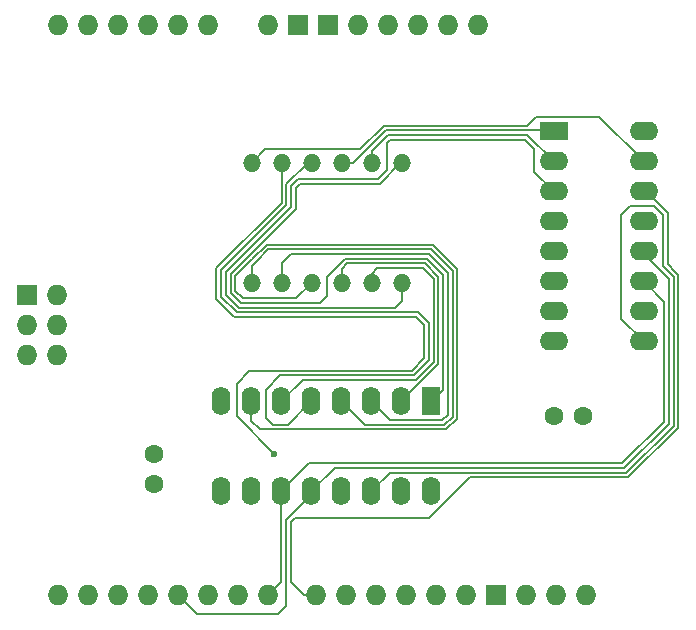
<source format=gbl>
%TF.GenerationSoftware,KiCad,Pcbnew,8.0.8-8.0.8-0~ubuntu24.04.1*%
%TF.CreationDate,2025-02-15T20:19:31-08:00*%
%TF.ProjectId,simple-counter,73696d70-6c65-42d6-936f-756e7465722e,V1.0*%
%TF.SameCoordinates,Original*%
%TF.FileFunction,Copper,L2,Bot*%
%TF.FilePolarity,Positive*%
%FSLAX46Y46*%
G04 Gerber Fmt 4.6, Leading zero omitted, Abs format (unit mm)*
G04 Created by KiCad (PCBNEW 8.0.8-8.0.8-0~ubuntu24.04.1) date 2025-02-15 20:19:31*
%MOMM*%
%LPD*%
G01*
G04 APERTURE LIST*
%TA.AperFunction,ComponentPad*%
%ADD10C,1.600000*%
%TD*%
%TA.AperFunction,ComponentPad*%
%ADD11O,1.524000X1.524000*%
%TD*%
%TA.AperFunction,ComponentPad*%
%ADD12O,2.400000X1.600000*%
%TD*%
%TA.AperFunction,ComponentPad*%
%ADD13R,2.400000X1.600000*%
%TD*%
%TA.AperFunction,ComponentPad*%
%ADD14R,1.600000X2.400000*%
%TD*%
%TA.AperFunction,ComponentPad*%
%ADD15O,1.600000X2.400000*%
%TD*%
%TA.AperFunction,FiducialPad,Global*%
%ADD16O,1.727200X1.727200*%
%TD*%
%TA.AperFunction,ComponentPad*%
%ADD17O,1.727200X1.727200*%
%TD*%
%TA.AperFunction,ComponentPad*%
%ADD18R,1.727200X1.727200*%
%TD*%
%TA.AperFunction,ViaPad*%
%ADD19C,0.600000*%
%TD*%
%TA.AperFunction,Conductor*%
%ADD20C,0.200000*%
%TD*%
G04 APERTURE END LIST*
D10*
%TO.P,C1,2*%
%TO.N,GND*%
X203397800Y-93965000D03*
%TO.P,C1,1*%
%TO.N,/+5V*%
X205897800Y-93965000D03*
%TD*%
%TO.P,C2,1*%
%TO.N,/+5V*%
X169545000Y-99675000D03*
%TO.P,C2,2*%
%TO.N,GND*%
X169545000Y-97175000D03*
%TD*%
D11*
%TO.P,DS1,12,D1*%
%TO.N,/QA-D1*%
X177800000Y-72517000D03*
%TO.P,DS1,11,A*%
%TO.N,/QA-A*%
X180340000Y-72517000D03*
%TO.P,DS1,10,F*%
%TO.N,/QF-F*%
X182880000Y-72517000D03*
%TO.P,DS1,9,D2*%
%TO.N,/QB-D2*%
X185420000Y-72517000D03*
%TO.P,DS1,8,D3*%
%TO.N,/QC-D3*%
X187960000Y-72517000D03*
%TO.P,DS1,7,B*%
%TO.N,/QB-B*%
X190500000Y-72517000D03*
%TO.P,DS1,6,D4*%
%TO.N,/QD-D4*%
X190500000Y-82677000D03*
%TO.P,DS1,5,G*%
%TO.N,/QG-G*%
X187960000Y-82677000D03*
%TO.P,DS1,4,C*%
%TO.N,/QC-C*%
X185420000Y-82677000D03*
%TO.P,DS1,3,DP*%
%TO.N,/QH-DP*%
X182880000Y-82677000D03*
%TO.P,DS1,2,D*%
%TO.N,/QD-D*%
X180340000Y-82677000D03*
%TO.P,DS1,1,E*%
%TO.N,/QE-E*%
X177800000Y-82677000D03*
%TD*%
D12*
%TO.P,U1,16,VCC*%
%TO.N,/+5V*%
X210982800Y-69850000D03*
%TO.P,U1,15,QA*%
%TO.N,/QA-D1*%
X210982800Y-72390000D03*
%TO.P,U1,14,SER*%
%TO.N,Net-(U1-SER)*%
X210982800Y-74930000D03*
%TO.P,U1,13,~{OE}*%
%TO.N,GND*%
X210982800Y-77470000D03*
%TO.P,U1,12,RCLK*%
%TO.N,/RCLK*%
X210982800Y-80010000D03*
%TO.P,U1,11,SRCLK*%
%TO.N,/SRCLK*%
X210982800Y-82550000D03*
%TO.P,U1,10,~{SRCLR}*%
%TO.N,/+5V*%
X210982800Y-85090000D03*
%TO.P,U1,9,QH'*%
%TO.N,Net-(U1-QH')*%
X210982800Y-87630000D03*
%TO.P,U1,8,GND*%
%TO.N,GND*%
X203362800Y-87630000D03*
%TO.P,U1,7,QH*%
%TO.N,unconnected-(U1-QH-Pad7)*%
X203362800Y-85090000D03*
%TO.P,U1,6,QG*%
%TO.N,unconnected-(U1-QG-Pad6)*%
X203362800Y-82550000D03*
%TO.P,U1,5,QF*%
%TO.N,unconnected-(U1-QF-Pad5)*%
X203362800Y-80010000D03*
%TO.P,U1,4,QE*%
%TO.N,unconnected-(U1-QE-Pad4)*%
X203362800Y-77470000D03*
%TO.P,U1,3,QD*%
%TO.N,/QD-D4*%
X203362800Y-74930000D03*
%TO.P,U1,2,QC*%
%TO.N,/QC-D3*%
X203362800Y-72390000D03*
D13*
%TO.P,U1,1,QB*%
%TO.N,/QB-D2*%
X203362800Y-69850000D03*
%TD*%
D14*
%TO.P,U2,1,QB*%
%TO.N,/QB-B*%
X193025000Y-92695000D03*
D15*
%TO.P,U2,2,QC*%
%TO.N,/QC-C*%
X190485000Y-92695000D03*
%TO.P,U2,3,QD*%
%TO.N,/QD-D*%
X187945000Y-92695000D03*
%TO.P,U2,4,QE*%
%TO.N,/QE-E*%
X185405000Y-92695000D03*
%TO.P,U2,5,QF*%
%TO.N,/QF-F*%
X182865000Y-92695000D03*
%TO.P,U2,6,QG*%
%TO.N,/QG-G*%
X180325000Y-92695000D03*
%TO.P,U2,7,QH*%
%TO.N,/QH-DP*%
X177785000Y-92695000D03*
%TO.P,U2,8,GND*%
%TO.N,GND*%
X175245000Y-92695000D03*
%TO.P,U2,9,QH'*%
%TO.N,unconnected-(U2-QH'-Pad9)*%
X175245000Y-100315000D03*
%TO.P,U2,10,~{SRCLR}*%
%TO.N,/+5V*%
X177785000Y-100315000D03*
%TO.P,U2,11,SRCLK*%
%TO.N,/SRCLK*%
X180325000Y-100315000D03*
%TO.P,U2,12,RCLK*%
%TO.N,/RCLK*%
X182865000Y-100315000D03*
%TO.P,U2,13,~{OE}*%
%TO.N,GND*%
X185405000Y-100315000D03*
%TO.P,U2,14,SER*%
%TO.N,Net-(U1-QH')*%
X187945000Y-100315000D03*
%TO.P,U2,15,QA*%
%TO.N,/QA-A*%
X190485000Y-100315000D03*
%TO.P,U2,16,VCC*%
%TO.N,/+5V*%
X193025000Y-100315000D03*
%TD*%
D16*
%TO.P,A1,*%
%TO.N,*%
X196993184Y-60843385D03*
D17*
%TO.P,A1,3V3,3.3V*%
%TO.N,unconnected-(A1-3.3V-Pad3V3)*%
X189373184Y-60843385D03*
%TO.P,A1,5V1,5V*%
%TO.N,/+5V*%
X186833184Y-60843385D03*
%TO.P,A1,5V2,SPI_5V*%
%TO.N,unconnected-(A1-SPI_5V-Pad5V2)*%
X158766184Y-88783385D03*
%TO.P,A1,A0,A0*%
%TO.N,unconnected-(A1-PadA0)*%
X174133184Y-60843385D03*
%TO.P,A1,A1,A1*%
%TO.N,unconnected-(A1-PadA1)*%
X171593184Y-60843385D03*
%TO.P,A1,A2,A2*%
%TO.N,unconnected-(A1-PadA2)*%
X169053184Y-60843385D03*
%TO.P,A1,A3,A3*%
%TO.N,unconnected-(A1-PadA3)*%
X166513184Y-60843385D03*
%TO.P,A1,A4,A4*%
%TO.N,unconnected-(A1-PadA4)*%
X163973184Y-60843385D03*
D16*
%TO.P,A1,A5,A5*%
%TO.N,unconnected-(A1-PadA5)*%
X161433184Y-60843385D03*
D17*
%TO.P,A1,AREF,AREF*%
%TO.N,unconnected-(A1-PadAREF)*%
X201057184Y-109103385D03*
D16*
%TO.P,A1,D0,D0/RX*%
%TO.N,unconnected-(A1-D0{slash}RX-PadD0)*%
X161433184Y-109103385D03*
D17*
%TO.P,A1,D1,D1/TX*%
%TO.N,unconnected-(A1-D1{slash}TX-PadD1)*%
X163973184Y-109103385D03*
%TO.P,A1,D2,D2_INT0*%
%TO.N,unconnected-(A1-D2_INT0-PadD2)*%
X166513184Y-109103385D03*
%TO.P,A1,D3,D3_INT1*%
%TO.N,unconnected-(A1-D3_INT1-PadD3)*%
X169053184Y-109103385D03*
%TO.P,A1,D4,D4*%
%TO.N,/RCLK*%
X171593184Y-109103385D03*
%TO.P,A1,D5,D5*%
%TO.N,unconnected-(A1-PadD5)*%
X174133184Y-109103385D03*
%TO.P,A1,D6,D6*%
%TO.N,unconnected-(A1-PadD6)*%
X176673184Y-109103385D03*
%TO.P,A1,D7,D7*%
%TO.N,/SRCLK*%
X179213184Y-109103385D03*
%TO.P,A1,D8,D8*%
%TO.N,Net-(U1-SER)*%
X183277184Y-109103385D03*
%TO.P,A1,D9,D9*%
%TO.N,unconnected-(A1-PadD9)*%
X185817184Y-109103385D03*
%TO.P,A1,D10,D10_CS*%
%TO.N,unconnected-(A1-D10_CS-PadD10)*%
X188357184Y-109103385D03*
%TO.P,A1,D11,D11*%
%TO.N,unconnected-(A1-PadD11)*%
X190897184Y-109103385D03*
%TO.P,A1,D12,D12*%
%TO.N,unconnected-(A1-PadD12)*%
X193437184Y-109103385D03*
%TO.P,A1,D13,D13*%
%TO.N,unconnected-(A1-PadD13)*%
X195977184Y-109103385D03*
D18*
%TO.P,A1,GND1,GND*%
%TO.N,unconnected-(A1-GND-PadGND1)*%
X198517184Y-109103385D03*
%TO.P,A1,GND2,GND*%
%TO.N,GND*%
X184293184Y-60843385D03*
%TO.P,A1,GND3,GND*%
%TO.N,unconnected-(A1-GND-PadGND3)*%
X181753184Y-60843385D03*
%TO.P,A1,GND4,SPI_GND*%
%TO.N,unconnected-(A1-SPI_GND-PadGND4)*%
X158766184Y-83703385D03*
D17*
%TO.P,A1,IORF,IOREF*%
%TO.N,unconnected-(A1-IOREF-PadIORF)*%
X194453184Y-60843385D03*
%TO.P,A1,MISO,SPI_MISO*%
%TO.N,unconnected-(A1-SPI_MISO-PadMISO)*%
X161306184Y-88783385D03*
%TO.P,A1,MOSI,SPI_MOSI*%
%TO.N,unconnected-(A1-SPI_MOSI-PadMOSI)*%
X158766184Y-86243385D03*
%TO.P,A1,RST1,RESET*%
%TO.N,unconnected-(A1-RESET-PadRST1)*%
X191913184Y-60843385D03*
%TO.P,A1,RST2,SPI_RESET*%
%TO.N,unconnected-(A1-SPI_RESET-PadRST2)*%
X161306184Y-83703385D03*
%TO.P,A1,SCK,SPI_SCK*%
%TO.N,unconnected-(A1-SPI_SCK-PadSCK)*%
X161306184Y-86243385D03*
D16*
%TO.P,A1,SCL,SCL*%
%TO.N,unconnected-(A1-PadSCL)*%
X206137184Y-109103385D03*
D17*
%TO.P,A1,SDA,SDA*%
%TO.N,unconnected-(A1-PadSDA)*%
X203597184Y-109103385D03*
%TO.P,A1,VIN,VIN*%
%TO.N,unconnected-(A1-PadVIN)*%
X179213184Y-60843385D03*
%TD*%
D19*
%TO.N,/QA-A*%
X179705000Y-97155000D03*
%TD*%
D20*
%TO.N,/QB-D2*%
X203362800Y-69850000D02*
X203274000Y-69761200D01*
X203274000Y-69761200D02*
X189166400Y-69761200D01*
%TO.N,/QA-D1*%
X201083000Y-69361200D02*
X189000714Y-69361200D01*
%TO.N,Net-(U1-SER)*%
X181125000Y-102948600D02*
X181125000Y-107973000D01*
X209696686Y-99148800D02*
X196253200Y-99148800D01*
X213023400Y-76768541D02*
X213023400Y-81107428D01*
X181508400Y-102565200D02*
X181125000Y-102948600D01*
X213925000Y-94920486D02*
X209696686Y-99148800D01*
X196253200Y-99148800D02*
X192836800Y-102565200D01*
X213925000Y-82009028D02*
X213925000Y-94920486D01*
X181125000Y-107973000D02*
X182255385Y-109103385D01*
X213690685Y-81774714D02*
X213925000Y-82009028D01*
X213023400Y-81107428D02*
X213690685Y-81774714D01*
X211184859Y-74930000D02*
X213023400Y-76768541D01*
X192836800Y-102565200D02*
X181508400Y-102565200D01*
X210982800Y-74930000D02*
X211184859Y-74930000D01*
X182255385Y-109103385D02*
X183277184Y-109103385D01*
%TO.N,Net-(U1-QH')*%
X209531000Y-98748800D02*
X189511200Y-98748800D01*
%TO.N,/RCLK*%
X209365314Y-98348800D02*
X184831200Y-98348800D01*
%TO.N,/SRCLK*%
X209199628Y-97948800D02*
X182691200Y-97948800D01*
X210982800Y-82550000D02*
X210997800Y-82550000D01*
X210997800Y-82550000D02*
X212725000Y-84277200D01*
X212725000Y-84277200D02*
X212725000Y-94423428D01*
X212725000Y-94423428D02*
X209199628Y-97948800D01*
%TO.N,Net-(U1-QH')*%
X210982800Y-87630000D02*
X209067400Y-85714600D01*
X209067400Y-85714600D02*
X209067400Y-76962000D01*
X209067400Y-76962000D02*
X209880200Y-76149200D01*
X209880200Y-76149200D02*
X211838373Y-76149200D01*
X211838373Y-76149200D02*
X212623400Y-76934227D01*
X212623400Y-81273114D02*
X213525000Y-82174714D01*
X189511200Y-98748800D02*
X187945000Y-100315000D01*
X212623400Y-76934227D02*
X212623400Y-81273114D01*
X213525000Y-82174714D02*
X213525000Y-94754800D01*
X213525000Y-94754800D02*
X209531000Y-98748800D01*
%TO.N,/RCLK*%
X210982800Y-80010000D02*
X210982800Y-80198200D01*
X213125000Y-94589114D02*
X209365314Y-98348800D01*
X210982800Y-80198200D02*
X213125000Y-82340400D01*
X213125000Y-82340400D02*
X213125000Y-94589114D01*
X184831200Y-98348800D02*
X182865000Y-100315000D01*
%TO.N,/QD-D*%
X180340000Y-82677000D02*
X180340000Y-81032886D01*
X180340000Y-81032886D02*
X181140486Y-80232400D01*
X194411600Y-81852572D02*
X194411600Y-93827600D01*
X181140486Y-80232400D02*
X192791428Y-80232400D01*
X192791428Y-80232400D02*
X194411600Y-81852572D01*
X194411600Y-93827600D02*
X193954400Y-94284800D01*
X193954400Y-94284800D02*
X189534800Y-94284800D01*
X189534800Y-94284800D02*
X187945000Y-92695000D01*
%TO.N,/RCLK*%
X171593184Y-109103385D02*
X173182999Y-110693200D01*
X173182999Y-110693200D02*
X180035200Y-110693200D01*
X180035200Y-110693200D02*
X180725000Y-110003400D01*
X180725000Y-110003400D02*
X180725000Y-102782914D01*
X180725000Y-102782914D02*
X182865000Y-100642914D01*
X182865000Y-100642914D02*
X182865000Y-100315000D01*
%TO.N,/QA-D1*%
X177800000Y-72517000D02*
X178943000Y-71374000D01*
X186987914Y-71374000D02*
X189000714Y-69361200D01*
X178943000Y-71374000D02*
X186987914Y-71374000D01*
X201853800Y-68590400D02*
X207183200Y-68590400D01*
X207183200Y-68590400D02*
X210982800Y-72390000D01*
X201083000Y-69361200D02*
X201853800Y-68590400D01*
%TO.N,/SRCLK*%
X182691200Y-97948800D02*
X180325000Y-100315000D01*
%TO.N,/QF-F*%
X191545471Y-90503157D02*
X180221208Y-90503157D01*
X192811600Y-86073914D02*
X192811600Y-89237028D01*
X191910086Y-85172400D02*
X192811600Y-86073914D01*
X179019200Y-91705165D02*
X179019200Y-94132400D01*
X180740000Y-76060886D02*
X175228400Y-81572486D01*
X176540942Y-85172400D02*
X191910086Y-85172400D01*
X192811600Y-89237028D02*
X191545471Y-90503157D01*
X175228400Y-83859858D02*
X176540942Y-85172400D01*
X180740000Y-74319914D02*
X180740000Y-76060886D01*
X179019200Y-94132400D02*
X179571600Y-94684800D01*
X180875200Y-94684800D02*
X182865000Y-92695000D01*
X175228400Y-81572486D02*
X175228400Y-83859858D01*
X182542914Y-72517000D02*
X180740000Y-74319914D01*
X180221208Y-90503157D02*
X179019200Y-91705165D01*
X182880000Y-72517000D02*
X182542914Y-72517000D01*
X179571600Y-94684800D02*
X180875200Y-94684800D01*
%TO.N,/QE-E*%
X177800000Y-82677000D02*
X177800000Y-81286886D01*
X177800000Y-81286886D02*
X178250800Y-80836086D01*
X194120086Y-94684800D02*
X187394800Y-94684800D01*
X178250800Y-80836086D02*
X178250800Y-80812830D01*
X194811600Y-81686886D02*
X194811600Y-93993286D01*
X178250800Y-80812830D02*
X179231230Y-79832400D01*
X179231230Y-79832400D02*
X192957114Y-79832400D01*
X192957114Y-79832400D02*
X194811600Y-81686886D01*
X194811600Y-93993286D02*
X194120086Y-94684800D01*
X187394800Y-94684800D02*
X185405000Y-92695000D01*
%TO.N,/QC-C*%
X185420000Y-82677000D02*
X185420000Y-81483200D01*
X185420000Y-81483200D02*
X185870800Y-81032400D01*
X193611600Y-82183944D02*
X193611600Y-89568400D01*
X185870800Y-81032400D02*
X192460056Y-81032400D01*
X192460056Y-81032400D02*
X193611600Y-82183944D01*
X193611600Y-89568400D02*
X190485000Y-92695000D01*
%TO.N,/QG-G*%
X180325000Y-92695000D02*
X182116843Y-90903157D01*
X187960000Y-81889600D02*
X187960000Y-82677000D01*
X182116843Y-90903157D02*
X191711157Y-90903157D01*
X188417200Y-81432400D02*
X187960000Y-81889600D01*
X191711157Y-90903157D02*
X193211600Y-89402714D01*
X193211600Y-89402714D02*
X193211600Y-82349630D01*
X193211600Y-82349630D02*
X192294370Y-81432400D01*
X192294370Y-81432400D02*
X188417200Y-81432400D01*
%TO.N,/SRCLK*%
X180325000Y-107991569D02*
X179213184Y-109103385D01*
X180325000Y-100315000D02*
X180325000Y-107991569D01*
%TO.N,/QB-B*%
X176028400Y-81903858D02*
X181540000Y-76392258D01*
X181540000Y-76392258D02*
X181540000Y-74651286D01*
X184150000Y-83820000D02*
X183597600Y-84372400D01*
X176028400Y-83528486D02*
X176028400Y-81903858D01*
X181540000Y-74651286D02*
X181928086Y-74263200D01*
X184150000Y-82187514D02*
X184150000Y-83820000D01*
X185705114Y-80632400D02*
X184150000Y-82187514D01*
X183597600Y-84372400D02*
X176872314Y-84372400D01*
X192625742Y-80632400D02*
X185705114Y-80632400D01*
X194011600Y-82018258D02*
X192625742Y-80632400D01*
X176872314Y-84372400D02*
X176028400Y-83528486D01*
X194011600Y-91708400D02*
X194011600Y-82018258D01*
X193025000Y-92695000D02*
X194011600Y-91708400D01*
X181928086Y-74263200D02*
X188633686Y-74263200D01*
X188633686Y-74263200D02*
X190379886Y-72517000D01*
X190379886Y-72517000D02*
X190500000Y-72517000D01*
%TO.N,/QB-D2*%
X185420000Y-72517000D02*
X186410600Y-72517000D01*
X186410600Y-72517000D02*
X189166400Y-69761200D01*
%TO.N,/QH-DP*%
X195211600Y-81521200D02*
X193122800Y-79432400D01*
X195211600Y-94158972D02*
X195211600Y-81521200D01*
X177850800Y-80670400D02*
X176428400Y-82092800D01*
X194285772Y-95084800D02*
X195211600Y-94158972D01*
X177038000Y-83972400D02*
X181584600Y-83972400D01*
X176428400Y-82092800D02*
X176428400Y-83362800D01*
X178485701Y-95084800D02*
X194285772Y-95084800D01*
X177785000Y-94384099D02*
X178485701Y-95084800D01*
X181584600Y-83972400D02*
X182880000Y-82677000D01*
X193122800Y-79432400D02*
X179065544Y-79432400D01*
X176428400Y-83362800D02*
X177038000Y-83972400D01*
X177785000Y-92695000D02*
X177785000Y-94384099D01*
X179065544Y-79432400D02*
X177850800Y-80647144D01*
X177850800Y-80647144D02*
X177850800Y-80670400D01*
%TO.N,/QA-A*%
X176375257Y-85572400D02*
X176248456Y-85445600D01*
X192411600Y-89071342D02*
X192411600Y-86239600D01*
X191379785Y-90103157D02*
X192411600Y-89071342D01*
X192411600Y-86239600D02*
X191744400Y-85572400D01*
X177714443Y-90103157D02*
X191379785Y-90103157D01*
X180340000Y-75895200D02*
X180340000Y-72517000D01*
X177647600Y-90170000D02*
X177714443Y-90103157D01*
X177596800Y-90170000D02*
X177647600Y-90170000D01*
X176530000Y-91236800D02*
X177596800Y-90170000D01*
X176530000Y-93980000D02*
X176530000Y-91236800D01*
X179705000Y-97155000D02*
X176530000Y-93980000D01*
X174828400Y-81406800D02*
X180340000Y-75895200D01*
X191744400Y-85572400D02*
X176375257Y-85572400D01*
X176248456Y-85445600D02*
X174828400Y-84025544D01*
X174828400Y-84025544D02*
X174828400Y-81406800D01*
%TO.N,/QC-D3*%
X201134000Y-70161200D02*
X203362800Y-72390000D01*
X189332086Y-70161200D02*
X201134000Y-70161200D01*
X187960000Y-71533286D02*
X189332086Y-70161200D01*
X187960000Y-72517000D02*
X187960000Y-71533286D01*
%TO.N,/QD-D4*%
X190500000Y-84175600D02*
X190500000Y-82677000D01*
X176706628Y-84772400D02*
X189903200Y-84772400D01*
X203362800Y-74930000D02*
X201752200Y-73319400D01*
X189230000Y-73101200D02*
X188468000Y-73863200D01*
X201752200Y-73319400D02*
X201752200Y-71345086D01*
X201752200Y-71345086D02*
X200968314Y-70561200D01*
X200968314Y-70561200D02*
X189497772Y-70561200D01*
X175628400Y-83694172D02*
X176706628Y-84772400D01*
X189497772Y-70561200D02*
X189230000Y-70828972D01*
X189230000Y-70828972D02*
X189230000Y-73101200D01*
X188468000Y-73863200D02*
X181762400Y-73863200D01*
X189903200Y-84772400D02*
X190500000Y-84175600D01*
X181140000Y-76226572D02*
X175628400Y-81738172D01*
X181762400Y-73863200D02*
X181140000Y-74485600D01*
X181140000Y-74485600D02*
X181140000Y-76226572D01*
X175628400Y-81738172D02*
X175628400Y-83694172D01*
%TD*%
M02*

</source>
